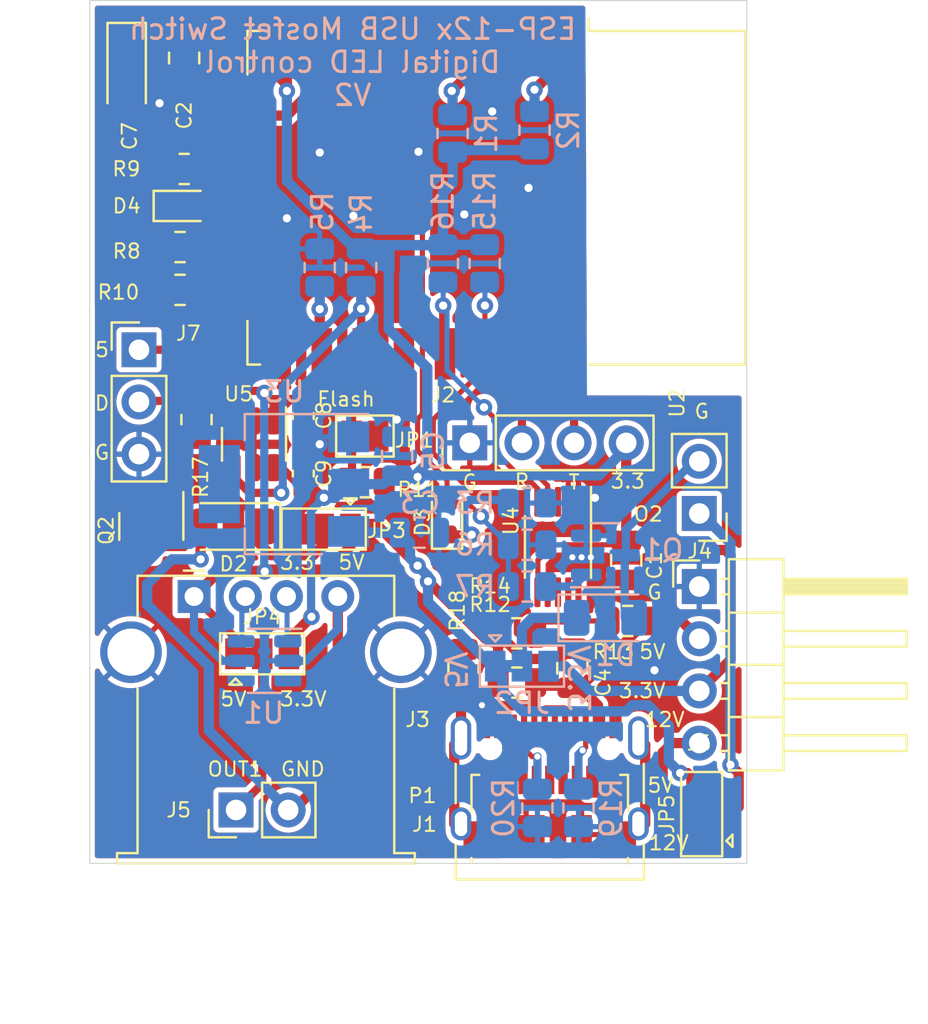
<source format=kicad_pcb>
(kicad_pcb (version 20211014) (generator pcbnew)
  (layers (0 "F.Cu" signal) (31 "B.Cu" signal) (34 "B.Paste" user) (35 "F.Paste" user) (36 "B.SilkS" user "B.Silkscreen") (37 "F.SilkS" user "F.Silkscreen") (38 "B.Mask" user) (39 "F.Mask" user) (44 "Edge.Cuts" user))
  (net 0 "")
  (net 1 "Net-(D3-Pad1)")
  (net 9 "GND")
  (net 10 "+5V")
  (net 11 "+3V3")
  (net 15 "Net-(J2-Pad3)")
  (net 16 "Net-(J2-Pad2)")
  (net 17 "Net-(R1-Pad2)")
  (net 18 "Net-(R2-Pad2)")
  (net 19 "Net-(R5-Pad1)")
  (net 20 "Net-(J3-Pad3)")
  (net 21 "Net-(J3-Pad2)")
  (net 24 "/SCL")
  (net 25 "/SDA")
  (net 28 "Net-(D1-Pad1)")
  (net 29 "/GPIO0")
  (net 30 "Net-(Q1-Pad1)")
  (net 31 "Net-(Q2-Pad1)")
  (net 32 "/O2")
  (net 33 "/M2")
  (net 34 "/M1")
  (net 35 "Net-(R13-Pad2)")
  (net 36 "Net-(R14-Pad1)")
  (net 37 "+5VD")
  (net 38 "/O1")
  (net 39 "Net-(D2-Pad1)")
  (net 42 "Net-(D4-Pad1)")
  (net 43 "+12V")
  (net 44 "Net-(J5-Pad1)")
  (net 45 "Net-(J6-Pad1)")
  (net 46 "Net-(J7-Pad2)")
  (net 47 "Net-(R17-Pad2)")
  (net 48 "/GPIO2")
  (net 49 "Net-(P1-PadS1)")
  (net 50 "Net-(P1-PadB5)")
  (net 52 "Net-(P1-PadA6)")
  (net 53 "Net-(P1-PadA7)")
  (net 54 "Net-(P1-PadA5)")
  (footprint "RF_Module:ESP-12E" (layer "F.Cu") (at 112.8 109.6 -90)
    (fp_text reference "U2")
    (fp_text value "ESP-12F")
  )
  (footprint "Connector_USB:USB_Micro-B_Molex_47346-0001" (layer "F.Cu") (at 115.4 139.4)
    (fp_text reference "J1")
    (fp_text value "USB_B_Micro")
  )
  (footprint "Capacitor_SMD:C_0805_2012Metric" (layer "F.Cu") (at 97.6 102.8 -90)
    (fp_text reference "C2")
    (fp_text value "100nF")
  )
  (footprint "Capacitor_Tantalum_SMD:CP_EIA-3216-18_Kemet-A" (layer "F.Cu") (at 94.8 103.4 -90)
    (fp_text reference "C7")
    (fp_text value "100uF")
  )
  (footprint "Connector_PinHeader_2.54mm:PinHeader_1x04_P2.54mm_Vertical" (layer "F.Cu") (at 111.506 121.53 90)
    (fp_text reference "J2")
    (fp_text value "Conn_01x04_Male")
  )
  (footprint "Connector_USB:USB_A_Stewart_SS-52100-001_Horizontal" (layer "F.Cu") (at 98.08 129.01)
    (fp_text reference "J3")
    (fp_text value "USB_A")
  )
  (footprint "Capacitor_SMD:C_0805_2012Metric" (layer "F.Cu") (at 119.126 127.254 -90)
    (fp_text reference "C1")
    (fp_text value "0.1uF")
  )
  (footprint "Package_SO:VSSOP-10_3x3mm_P0.5mm" (layer "F.Cu") (at 115.8 126.6 -90)
    (fp_text reference "U4")
    (fp_text value "INA226")
  )
  (footprint "Diode_SMD:D_1206_3216Metric" (layer "F.Cu") (at 100 125.6 180)
    (fp_text reference "D2")
    (fp_text value "1N4148")
  )
  (footprint "Package_TO_SOT_SMD:SOT-23" (layer "F.Cu") (at 96 125.6 -90)
    (fp_text reference "Q2")
    (fp_text value "AO3400A")
  )
  (footprint "Resistor_SMD:R_0805_2012Metric" (layer "F.Cu") (at 97.4 112 180)
    (fp_text reference "R8")
    (fp_text value "1k")
  )
  (footprint "Resistor_SMD:R_0805_2012Metric" (layer "F.Cu") (at 97.6 108.2 180)
    (fp_text reference "R9")
    (fp_text value "10k")
  )
  (footprint "Resistor_SMD:R_0805_2012Metric" (layer "F.Cu") (at 97.4 114.0835 180)
    (fp_text reference "R10")
    (fp_text value "150")
  )
  (footprint "Resistor_SMD:R_0805_2012Metric" (layer "F.Cu") (at 106.426 123.444)
    (fp_text reference "R11")
    (fp_text value "10k")
  )
  (footprint "Connector_PinHeader_2.54mm:PinHeader_1x04_P2.54mm_Horizontal" (layer "F.Cu") (at 122.682 128.524)
    (fp_text reference "J4")
    (fp_text value "Conn_01x04_Male")
  )
  (footprint "Connector_PinHeader_2.54mm:PinHeader_1x02_P2.54mm_Vertical" (layer "F.Cu") (at 100.125 139.4 90)
    (fp_text reference "J5")
    (fp_text value "Conn_01x02_Male")
  )
  (footprint "Connector_PinHeader_2.54mm:PinHeader_1x02_P2.54mm_Vertical" (layer "F.Cu") (at 122.682 124.968 180)
    (fp_text reference "J6")
    (fp_text value "Conn_01x02_Male")
  )
  (footprint "Capacitor_SMD:C_0805_2012Metric" (layer "F.Cu") (at 116.5 132.5 -90)
    (fp_text reference "C4")
    (fp_text value "0.1uF")
  )
  (footprint "Resistor_SMD:R_0805_2012Metric" (layer "F.Cu") (at 113.8 133.2)
    (fp_text reference "R12")
    (fp_text value "0.01")
  )
  (footprint "Resistor_SMD:R_0805_2012Metric" (layer "F.Cu") (at 119.2 130.2 180)
    (fp_text reference "R13")
    (fp_text value "10")
  )
  (footprint "Resistor_SMD:R_0805_2012Metric" (layer "F.Cu") (at 113.8 130.8 180)
    (fp_text reference "R14")
    (fp_text value "10")
  )
  (footprint "Jumper:SolderJumper-3_P1.3mm_Bridged12_Pad1.0x1.5mm" (layer "F.Cu") (at 104.394 125.73 180)
    (fp_text reference "JP3")
    (fp_text value "SolderJumper_3_Bridged12")
  )
  (footprint "LED_SMD:LED_0603_1608Metric" (layer "F.Cu") (at 110.4 125.2 90)
    (fp_text reference "D3")
    (fp_text value "LED")
  )
  (footprint "Jumper:SolderJumper-3_P1.3mm_Bridged12_Pad1.0x1.5mm" (layer "F.Cu") (at 101.4 131.8)
    (fp_text reference "JP4")
    (fp_text value "SolderJumper_3_Bridged12")
  )
  (footprint "Resistor_SMD:R_0805_2012Metric" (layer "F.Cu") (at 98.2 120.4 -90)
    (fp_text reference "R17")
    (fp_text value "150")
  )
  (footprint "Capacitor_SMD:C_0603_1608Metric" (layer "F.Cu") (at 103.4 120.225 -90)
    (fp_text reference "C8")
    (fp_text value "0.1uF")
  )
  (footprint "Jumper:SolderJumper-2_P1.3mm_Open_Pad1.0x1.5mm" (layer "F.Cu") (at 106.4 121.2)
    (fp_text reference "JP1")
    (fp_text value "Jumper_2_Open")
  )
  (footprint "Resistor_SMD:R_0805_2012Metric" (layer "F.Cu") (at 111.2 132.5 -90)
    (fp_text reference "R18")
    (fp_text value "10k")
  )
  (footprint "Connector_USB:USB_C_Receptacle_XKB_U262-16XN-4BVC11" (layer "F.Cu") (at 115.4 139)
    (fp_text reference "P1")
    (fp_text value "USB_C_Receptacle_USB2.0")
  )
  (footprint "LED_SMD:LED_0603_1608Metric" (layer "F.Cu") (at 97.6 110)
    (fp_text reference "D4")
    (fp_text value "LED")
  )
  (footprint "Jumper:SolderJumper-3_P1.3mm_Bridged12_Pad1.0x1.5mm" (layer "F.Cu") (at 122.8 139.6 90)
    (fp_text reference "JP5")
    (fp_text value "SolderJumper_3_Bridged12")
  )
  (footprint "Capacitor_SMD:C_0603_1608Metric" (layer "F.Cu") (at 103.4 123.025 -90)
    (fp_text reference "C9")
    (fp_text value "0.1uF")
  )
  (footprint "Package_TO_SOT_SMD:SOT-23-6" (layer "F.Cu") (at 101 121.6 -90)
    (fp_text reference "U5")
    (fp_text value "SN74LVC1T45DBV")
  )
  (footprint "Connector_PinHeader_2.54mm:PinHeader_1x03_P2.54mm_Vertical" (layer "F.Cu") (at 95.4 117)
    (fp_text reference "J7")
    (fp_text value "Conn_01x03_Male")
  )
  (footprint "Capacitor_SMD:C_0805_2012Metric" (layer "B.Cu") (at 109.05 125.9)
    (fp_text reference "C3")
    (fp_text value "0.1uF")
  )
  (footprint "Capacitor_SMD:C_0805_2012Metric" (layer "B.Cu") (at 107.97 122.174 -90)
    (fp_text reference "C5")
    (fp_text value "0.1uF")
  )
  (footprint "Package_TO_SOT_SMD:SOT-223" (layer "B.Cu") (at 102.46 123.54 180)
    (fp_text reference "U3")
    (fp_text value "LM1117-3.3")
  )
  (footprint "Resistor_SMD:R_0805_2012Metric" (layer "B.Cu") (at 110.67 106.47 90)
    (fp_text reference "R1")
    (fp_text value "10k")
  )
  (footprint "Resistor_SMD:R_0805_2012Metric" (layer "B.Cu") (at 114.66 106.31 90)
    (fp_text reference "R2")
    (fp_text value "10k")
  )
  (footprint "Resistor_SMD:R_0805_2012Metric" (layer "B.Cu") (at 106.22 113 -90)
    (fp_text reference "R4")
    (fp_text value "10k")
  )
  (footprint "Resistor_SMD:R_0805_2012Metric" (layer "B.Cu") (at 104.2 113 90)
    (fp_text reference "R5")
    (fp_text value "10k")
  )
  (footprint "Package_TO_SOT_SMD:SOT-23-6" (layer "B.Cu") (at 101.51 132.14 180)
    (fp_text reference "U1")
    (fp_text value "TPS2514A")
  )
  (footprint "Diode_SMD:D_1206_3216Metric" (layer "B.Cu") (at 118.11 130.048)
    (fp_text reference "D1")
    (fp_text value "1N4148")
  )
  (footprint "Package_TO_SOT_SMD:SOT-23" (layer "B.Cu") (at 118.11 127)
    (fp_text reference "Q1")
    (fp_text value "AO3400A")
  )
  (footprint "Resistor_SMD:R_0805_2012Metric" (layer "B.Cu") (at 114.3 124.46)
    (fp_text reference "R3")
    (fp_text value "1k")
  )
  (footprint "Resistor_SMD:R_0805_2012Metric" (layer "B.Cu") (at 114.3 126.492)
    (fp_text reference "R6")
    (fp_text value "10k")
  )
  (footprint "Resistor_SMD:R_0805_2012Metric" (layer "B.Cu") (at 114.3 128.524)
    (fp_text reference "R7")
    (fp_text value "150")
  )
  (footprint "Resistor_SMD:R_0805_2012Metric" (layer "B.Cu") (at 110.2 112.8 90)
    (fp_text reference "R15")
    (fp_text value "4,7k")
  )
  (footprint "Resistor_SMD:R_0805_2012Metric" (layer "B.Cu") (at 112.232 112.8 -90)
    (fp_text reference "R16")
    (fp_text value "4,7k")
  )
  (footprint "Jumper:SolderJumper-3_P1.3mm_Bridged12_Pad1.0x1.5mm" (layer "B.Cu") (at 114.046 132.4)
    (fp_text reference "JP2")
    (fp_text value "SolderJumper_3_Bridged12")
  )
  (footprint "Resistor_SMD:R_0805_2012Metric" (layer "B.Cu") (at 116.8 139.3 -90)
    (fp_text reference "R19")
    (fp_text value "10k")
  )
  (footprint "Resistor_SMD:R_0805_2012Metric" (layer "B.Cu") (at 114.8 139.3 -90)
    (fp_text reference "R20")
    (fp_text value "10k")
  )
  (gr_line (start 93 100) (end 93 142) (layer "Edge.Cuts") (width 0.05))
  (gr_line (start 93 142) (end 124.99 142) (layer "Edge.Cuts") (width 0.05))
  (gr_line (start 124.99 100) (end 93 100) (layer "Edge.Cuts") (width 0.05))
  (gr_line (start 124.99 142) (end 124.99 100) (layer "Edge.Cuts") (width 0.05))
  (gr_text "3.3V" (at 116.8 133 270) (layer "B.SilkS") (effects (font (size 1 1)) (justify mirror)))
  (gr_text "ESP-12x USB Mosfet Switch\nDigital LED control\nV2" (at 105.8 103) (layer "B.SilkS") (effects (font (size 1 1)) (justify mirror)))
  (gr_text "5V" (at 110.8 132.6 270) (layer "B.SilkS") (effects (font (size 1 1)) (justify mirror)))
  (gr_text "GND" (at 103.378 137.414) (layer "F.SilkS") (effects (font (size 0.7 0.7) (thickness 0.1))))
  (gr_text "G" (at 120.5 128.8) (layer "F.SilkS") (effects (font (size 0.7 0.7) (thickness 0.1))))
  (gr_text "12V" (at 121.2 141) (layer "F.SilkS") (effects (font (size 0.7 0.7) (thickness 0.1))))
  (gr_text "G" (at 111.506 123.444) (layer "F.SilkS") (effects (font (size 0.7 0.7) (thickness 0.1))))
  (gr_text "5V" (at 120.4 131.7) (layer "F.SilkS") (effects (font (size 0.7 0.7) (thickness 0.1))))
  (gr_text "12V" (at 121 135) (layer "F.SilkS") (effects (font (size 0.7 0.7) (thickness 0.1))))
  (gr_text "5V" (at 105.75 127.35) (layer "F.SilkS") (effects (font (size 0.7 0.7) (thickness 0.1))))
  (gr_text "3.3V" (at 119.9 133.6) (layer "F.SilkS") (effects (font (size 0.7 0.7) (thickness 0.1))))
  (gr_text "O2" (at 120.2 125) (layer "F.SilkS") (effects (font (size 0.7 0.7) (thickness 0.1))))
  (gr_text "R" (at 114.046 123.4) (layer "F.SilkS") (effects (font (size 0.7 0.7) (thickness 0.1))))
  (gr_text "5V" (at 120.8 138.2) (layer "F.SilkS") (effects (font (size 0.7 0.7) (thickness 0.1))))
  (gr_text "5" (at 93.6 117) (layer "F.SilkS") (effects (font (size 0.7 0.7) (thickness 0.1))))
  (gr_text "3.3" (at 103.1 127.35) (layer "F.SilkS") (effects (font (size 0.7 0.7) (thickness 0.1))))
  (gr_text "G" (at 122.8 120) (layer "F.SilkS") (effects (font (size 0.7 0.7) (thickness 0.1))))
  (gr_text "5V" (at 100 134) (layer "F.SilkS") (effects (font (size 0.7 0.7) (thickness 0.1))))
  (gr_text "T" (at 116.586 123.444) (layer "F.SilkS") (effects (font (size 0.7 0.7) (thickness 0.1))))
  (gr_text "3.3V" (at 103.4 134) (layer "F.SilkS") (effects (font (size 0.7 0.7) (thickness 0.1))))
  (gr_text "Flash	" (at 106.8 119.4) (layer "F.SilkS") (effects (font (size 0.7 0.7) (thickness 0.1))))
  (gr_text "3.3" (at 119.2 123.4) (layer "F.SilkS") (effects (font (size 0.7 0.7) (thickness 0.1))))
  (gr_text "G" (at 93.6 122) (layer "F.SilkS") (effects (font (size 0.7 0.7) (thickness 0.1))))
  (gr_text "D" (at 93.6 119.6) (layer "F.SilkS") (effects (font (size 0.7 0.7) (thickness 0.1))))
  (gr_text "OUT1" (at 100.076 137.414) (layer "F.SilkS") (effects (font (size 0.7 0.7) (thickness 0.1))))
  (segment (start 111.5875 125.9875) (end 111.6 126) (width 0.4) (layer "F.Cu") (net 1))
  (segment (start 110.4 125.9875) (end 111.5875 125.9875) (width 0.4) (layer "F.Cu") (net 1))
  (via (at 111.6 126) (size 0.8) (drill 0.4) (layers "F.Cu" "B.Cu") (net 1))
  (segment (start 111.493493 124.306507) (end 113.234007 124.306507) (width 0.4) (layer "B.Cu") (net 1))
  (segment (start 111.24748 124.55252) (end 111.493493 124.306507) (width 0.4) (layer "B.Cu") (net 1))
  (segment (start 113.234007 124.306507) (end 113.3875 124.46) (width 0.4) (layer "B.Cu") (net 1))
  (segment (start 111.6 126) (end 111.24748 125.64748) (width 0.4) (layer "B.Cu") (net 1))
  (segment (start 111.24748 125.64748) (end 111.24748 124.55252) (width 0.4) (layer "B.Cu") (net 1))
  (segment (start 116.324 124.8) (end 116.324 123.96) (width 0.25) (layer "F.Cu") (net 9))
  (segment (start 116.824 124.8) (end 116.824 123.968) (width 0.25) (layer "F.Cu") (net 9))
  (segment (start 116.324 124.8) (end 116.324 125.722) (width 0.25) (layer "F.Cu") (net 9))
  (segment (start 115.324 129.2) (end 115.324 127.77) (width 0.25) (layer "F.Cu") (net 9))
  (segment (start 116.324 124.8) (end 116.824 124.8) (width 0.25) (layer "F.Cu") (net 9))
  (segment (start 116.824 124.8) (end 116.824 125.714) (width 0.25) (layer "F.Cu") (net 9))
  (via (at 107.95 120.396) (size 0.8) (drill 0.4) (layers "F.Cu" "B.Cu") (net 9))
  (via (at 116.5 127.1) (size 0.4) (drill 0.3) (layers "F.Cu" "B.Cu") (net 9))
  (via (at 114.37 109.12) (size 0.8) (drill 0.4) (layers "F.Cu" "B.Cu") (net 9))
  (via (at 112.6 105.4) (size 0.8) (drill 0.4) (layers "F.Cu" "B.Cu") (net 9))
  (via (at 102.6 110.6) (size 0.8) (drill 0.4) (layers "F.Cu" "B.Cu") (net 9))
  (via (at 117.4 127.1) (size 0.4) (drill 0.3) (layers "F.Cu" "B.Cu") (net 9))
  (via (at 117.602 124.206) (size 0.8) (drill 0.4) (layers "F.Cu" "B.Cu") (net 9))
  (via (at 111.24 110.41) (size 0.8) (drill 0.4) (layers "F.Cu" "B.Cu") (net 9))
  (via (at 104.2 121.6) (size 0.8) (drill 0.4) (layers "F.Cu" "B.Cu") (net 9))
  (via (at 109.01 107.36) (size 0.8) (drill 0.4) (layers "F.Cu" "B.Cu") (net 9))
  (via (at 105.84 110.48) (size 0.8) (drill 0.4) (layers "F.Cu" "B.Cu") (net 9))
  (via (at 96.4 105) (size 0.8) (drill 0.4) (layers "F.Cu" "B.Cu") (net 9))
  (via (at 120.5 132.6) (size 0.8) (drill 0.4) (layers "F.Cu" "B.Cu") (net 9))
  (via (at 116.95 127.1) (size 0.4) (drill 0.3) (layers "F.Cu" "B.Cu") (net 9))
  (via (at 104.2 107.4) (size 0.8) (drill 0.4) (layers "F.Cu" "B.Cu") (net 9))
  (via (at 112.1 134.3) (size 0.4) (drill 0.3) (layers "F.Cu" "B.Cu") (net 9))
  (segment (start 114.13798 132.05048) (end 112.8875 130.8) (width 0.5) (layer "F.Cu") (net 10))
  (segment (start 112.8875 133.2) (end 112.8875 130.8) (width 0.5) (layer "F.Cu") (net 10))
  (segment (start 101.95 119.55) (end 101.95 120.4625) (width 0.4) (layer "F.Cu") (net 10))
  (segment (start 101.524843 127.789871) (end 101.495461 127.760489) (width 0.5) (layer "F.Cu") (net 10))
  (segment (start 101.8 119.4) (end 103.35 119.4) (width 0.4) (layer "F.Cu") (net 10))
  (segment (start 115.89952 132.05048) (end 114.13798 132.05048) (width 0.5) (layer "F.Cu") (net 10))
  (segment (start 101.54775 127.69952) (end 104.573502 127.69952) (width 0.5) (layer "F.Cu") (net 10))
  (segment (start 101.95 120.4625) (end 101.95 120.25) (width 0.4) (layer "F.Cu") (net 10))
  (segment (start 100.1 131.8) (end 100.1 131.03) (width 0.4) (layer "F.Cu") (net 10))
  (segment (start 101.495461 127.760489) (end 99.329511 127.760489) (width 0.5) (layer "F.Cu") (net 10))
  (segment (start 103.35 119.4) (end 103.4 119.45) (width 0.4) (layer "F.Cu") (net 10))
  (segment (start 105.694 126.579022) (end 105.694 125.73) (width 0.5) (layer "F.Cu") (net 10))
  (segment (start 101.4 119) (end 101.5 119.1) (width 0.4) (layer "F.Cu") (net 10))
  (segment (start 106.934 125.476) (end 105.948 125.476) (width 0.5) (layer "F.Cu") (net 10))
  (segment (start 100.6 119) (end 101.4 119) (width 0.4) (layer "F.Cu") (net 10))
  (segment (start 112.268 131.064) (end 112.6235 131.064) (width 0.5) (layer "F.Cu") (net 10))
  (segment (start 101.8 119.4) (end 101.95 119.55) (width 0.4) (layer "F.Cu") (net 10))
  (segment (start 121.7495 137.6) (end 122.1 137.6) (width 0.5) (layer "F.Cu") (net 10))
  (segment (start 101.95 119.55) (end 102.3 119.9) (width 0.4) (layer "F.Cu") (net 10))
  (segment (start 122.1 137.6) (end 122.8 138.3) (width 0.5) (layer "F.Cu") (net 10))
  (segment (start 101.95 120.25) (end 102.3 119.9) (width 0.4) (layer "F.Cu") (net 10))
  (segment (start 101.5 119.1) (end 101.8 119.4) (width 0.4) (layer "F.Cu") (net 10))
  (segment (start 95.4 117) (end 98.6 117) (width 0.4) (layer "F.Cu") (net 10))
  (segment (start 102.3 119.9) (end 102.8 119.4) (width 0.4) (layer "F.Cu") (net 10))
  (segment (start 112.6235 131.064) (end 112.8875 130.8) (width 0.5) (layer "F.Cu") (net 10))
  (segment (start 106.934 125.476) (end 108.966 127.508) (width 0.5) (layer "F.Cu") (net 10))
  (segment (start 105.948 125.476) (end 105.694 125.73) (width 0.5) (layer "F.Cu") (net 10))
  (segment (start 112.268 131.064) (end 109.474 128.27) (width 0.5) (layer "F.Cu") (net 10))
  (segment (start 99.329511 127.760489) (end 98.08 129.01) (width 0.5) (layer "F.Cu") (net 10))
  (segment (start 109.22 127.762) (end 108.966 127.508) (width 0.5) (layer "F.Cu") (net 10))
  (segment (start 101.524843 127.722427) (end 101.54775 127.69952) (width 0.5) (layer "F.Cu") (net 10))
  (segment (start 100.1 131.03) (end 98.08 129.01) (width 0.4) (layer "F.Cu") (net 10))
  (segment (start 116.5 131.45) (end 115.89952 132.05048) (width 0.5) (layer "F.Cu") (net 10))
  (segment (start 101.524843 127.789871) (end 101.524843 127.722427) (width 0.5) (layer "F.Cu") (net 10))
  (segment (start 104.573502 127.69952) (end 105.694 126.579022) (width 0.5) (layer "F.Cu") (net 10))
  (segment (start 98.6 117) (end 100.6 119) (width 0.4) (layer "F.Cu") (net 10))
  (segment (start 102.8 119.4) (end 103.35 119.4) (width 0.4) (layer "F.Cu") (net 10))
  (via (at 108.966 127.508) (size 0.8) (drill 0.4) (layers "F.Cu" "B.Cu") (net 10))
  (via (at 121.7495 137.6) (size 0.8) (drill 0.4) (layers "F.Cu" "B.Cu") (net 10))
  (via (at 109.474 128.27) (size 0.8) (drill 0.4) (layers "F.Cu" "B.Cu") (net 10))
  (via (at 101.524843 127.789871) (size 0.8) (drill 0.4) (layers "F.Cu" "B.Cu") (net 10))
  (via (at 101.5 119.1) (size 0.8) (drill 0.4) (layers "F.Cu" "B.Cu") (net 10))
  (segment (start 119.122176 134.6) (end 119.418656 134.30352) (width 0.5) (layer "B.Cu") (net 10))
  (segment (start 113.096489 133.599511) (end 114.096978 134.6) (width 0.5) (layer "B.Cu") (net 10))
  (segment (start 100.41 132.14) (end 99.458559 132.14) (width 0.4) (layer "B.Cu") (net 10))
  (segment (start 121.2 137.0505) (end 121.7495 137.6) (width 0.5) (layer "B.Cu") (net 10))
  (segment (start 114.096978 134.6) (end 119.122176 134.6) (width 0.5) (layer "B.Cu") (net 10))
  (segment (start 109.474 129.274) (end 113.096489 132.896489) (width 0.5) (layer "B.Cu") (net 10))
  (segment (start 101.5 119.1) (end 101.5 127.765028) (width 0.4) (layer "B.Cu") (net 10))
  (segment (start 121.2 135.30704) (end 121.2 137.0505) (width 0.5) (layer "B.Cu") (net 10))
  (segment (start 109.474 128.27) (end 109.474 129.274) (width 0.5) (layer "B.Cu") (net 10))
  (segment (start 109.474 128.27) (end 109.474 128.016) (width 0.5) (layer "B.Cu") (net 10))
  (segment (start 119.418656 134.30352) (end 120.19648 134.30352) (width 0.5) (layer "B.Cu") (net 10))
  (segment (start 99.458559 132.14) (end 98.08 130.76144) (width 0.4) (layer "B.Cu") (net 10))
  (segment (start 108.1125 125.9) (end 105.67 125.9) (width 0.5) (layer "B.Cu") (net 10))
  (segment (start 120.19648 134.30352) (end 121.2 135.30704) (width 0.5) (layer "B.Cu") (net 10))
  (segment (start 108.1125 125.9) (end 108.598027 126.385527) (width 0.5) (layer "B.Cu") (net 10))
  (segment (start 101.5 127.765028) (end 101.524843 127.789871) (width 0.4) (layer "B.Cu") (net 10))
  (segment (start 98.08 130.76144) (end 98.08 129.01) (width 0.4) (layer "B.Cu") (net 10))
  (segment (start 109.474 128.016) (end 108.966 127.508) (width 0.5) (layer "B.Cu") (net 10))
  (segment (start 113.096489 132.896489) (end 113.096489 133.599511) (width 0.5) (layer "B.Cu") (net 10))
  (segment (start 108.598027 126.385527) (end 108.598027 127.140027) (width 0.5) (layer "B.Cu") (net 10))
  (segment (start 108.598027 127.140027) (end 108.966 127.508) (width 0.5) (layer "B.Cu") (net 10))
  (segment (start 103.094 124.969998) (end 103.094 125.73) (width 0.5) (layer "F.Cu") (net 11))
  (segment (start 102.65 104.36) (end 102.65 102.54) (width 0.4) (layer "F.Cu") (net 11))
  (segment (start 120.208 126.304) (end 120.65 126.746) (width 0.5) (layer "F.Cu") (net 11))
  (segment (start 98.2775 102.54) (end 97.6 101.8625) (width 0.5) (layer "F.Cu") (net 11))
  (segment (start 104.4 124.206) (end 103.857998 124.206) (width 0.5) (layer "F.Cu") (net 11))
  (segment (start 119.126 126.304) (end 119.126 121.53) (width 0.5) (layer "F.Cu") (net 11))
  (segment (start 120.65 126.746) (end 123.952 126.746) (width 0.5) (layer "F.Cu") (net 11))
  (segment (start 118.938 126.492) (end 119.126 126.304) (width 0.25) (layer "F.Cu") (net 11))
  (segment (start 97.6 101.8625) (end 94.9875 101.8625) (width 0.5) (layer "F.Cu") (net 11))
  (segment (start 103.4 123.8) (end 103.4 124.663998) (width 0.4) (layer "F.Cu") (net 11))
  (segment (start 94.9875 101.8625) (end 94.8 102.05) (width 0.5) (layer "F.Cu") (net 11))
  (segment (start 114.824 129.2) (end 114.824 127.238) (width 0.25) (layer "F.Cu") (net 11))
  (segment (start 124.206 127) (end 124.206 132.08) (width 0.5) (layer "F.Cu") (net 11))
  (segment (start 103.4 123.8) (end 103.994 123.8) (width 0.4) (layer "F.Cu") (net 11))
  (segment (start 102.7 131.1) (end 103.8 130) (width 0.5) (layer "F.Cu") (net 11))
  (segment (start 103.4 124.663998) (end 103.331999 124.731999) (width 0.4) (layer "F.Cu") (net 11))
  (segment (start 101.039022 102.54) (end 98.2775 102.54) (width 0.5) (layer "F.Cu") (net 11))
  (segment (start 103.994 123.8) (end 104.4 124.206) (width 0.4) (layer "F.Cu") (net 11))
  (segment (start 103.857998 124.206) (end 103.331999 124.731999) (width 0.5) (layer "F.Cu") (net 11))
  (segment (start 123.952 126.746) (end 124.206 127) (width 0.5) (layer "F.Cu") (net 11))
  (segment (start 107.5925 123.19) (end 107.3385 123.444) (width 0.4) (layer "F.Cu") (net 11))
  (segment (start 108.966 123.19) (end 107.5925 123.19) (width 0.4) (layer "F.Cu") (net 11))
  (segment (start 119.126 126.304) (end 120.208 126.304) (width 0.5) (layer "F.Cu") (net 11))
  (segment (start 102.7 131.8) (end 102.7 131.1) (width 0.5) (layer "F.Cu") (net 11))
  (segment (start 103.331999 124.731999) (end 103.094 124.969998) (width 0.5) (layer "F.Cu") (net 11))
  (segment (start 124.206 132.08) (end 122.682 133.604) (width 0.5) (layer "F.Cu") (net 11))
  (segment (start 101.95 122.7375) (end 102.3375 122.7375) (width 0.4) (layer "F.Cu") (net 11))
  (segment (start 115.57 126.492) (end 118.938 126.492) (width 0.25) (layer "F.Cu") (net 11))
  (segment (start 102.3375 122.7375) (end 103.4 123.8) (width 0.4) (layer "F.Cu") (net 11))
  (segment (start 102.6 104.100978) (end 101.039022 102.54) (width 0.5) (layer "F.Cu") (net 11))
  (segment (start 102.6 104.4) (end 102.6 104.100978) (width 0.5) (layer "F.Cu") (net 11))
  (segment (start 114.824 127.238) (end 115.57 126.492) (width 0.25) (layer "F.Cu") (net 11))
  (via (at 108.966 123.19) (size 0.8) (drill 0.4) (layers "F.Cu" "B.Cu") (net 11))
  (via (at 103.8 130) (size 0.8) (drill 0.4) (layers "F.Cu" "B.Cu") (net 11))
  (via (at 104.4 124.206) (size 0.8) (drill 0.4) (layers "F.Cu" "B.Cu") (net 11))
  (via (at 102.6 104.4) (size 0.8) (drill 0.4) (layers "F.Cu" "B.Cu") (net 11))
  (segment (start 107.4165 123.4185) (end 107.73 123.105) (width 0.5) (layer "B.Cu") (net 11))
  (segment (start 107.900001 123.109999) (end 117.800001 123.109999) (width 0.5) (layer "B.Cu") (net 11))
  (segment (start 106.77875 112.62125) (end 107.3105 112.0895) (width 0.5) (layer "B.Cu") (net 11))
  (segment (start 107.295 123.54) (end 107.4165 123.4185) (width 0.5) (layer "B.Cu") (net 11))
  (segment (start 107.6 112.4) (end 107.6 112) (width 0.5) (layer "B.Cu") (net 11))
  (segment (start 105.880431 112.0625) (end 106.22 112.0625) (width 0.5) (layer "B.Cu") (net 11))
  (segment (start 104.944 124.206) (end 105.61 123.54) (width 0.5) (layer "B.Cu") (net 11))
  (segment (start 107.3105 112.0895) (end 107.3105 111.9105) (width 0.5) (layer "B.Cu") (net 11))
  (segment (start 105.61 123.54) (end 107.295 123.54) (width 0.5) (layer "B.Cu") (net 11))
  (segment (start 107.6 113.11198) (end 107.56199 113.14999) (width 0.5) (layer "B.Cu") (net 11))
  (segment (start 110.67 108.8925) (end 110.67 107.4075) (width 0.5) (layer "B.Cu") (net 11))
  (segment (start 110.2 111.8875) (end 112.232 111.8875) (width 0.5) (layer "B.Cu") (net 11))
  (segment (start 106.372 111.9105) (end 106.22 112.0625) (width 0.5) (layer "B.Cu") (net 11))
  (segment (start 115.346 132.4) (end 116.144 132.4) (width 0.5) (layer "B.Cu") (net 11))
  (segment (start 102.6 108.782069) (end 105.880431 112.0625) (width 0.5) (layer "B.Cu") (net 11))
  (segment (start 117.800001 123.109999) (end 119.38 121.53) (width 0.5) (layer "B.Cu") (net 11))
  (segment (start 103.779511 124.826489) (end 103.779511 129.979511) (width 0.4) (layer "B.Cu") (net 11))
  (segment (start 110.177 111.9105) (end 110.2 111.8875) (width 0.5) (layer "B.Cu") (net 11))
  (segment (start 110.67 108.8925) (end 110.2 109.3625) (width 0.5) (layer "B.Cu") (net 11))
  (segment (start 107.97 123.1475) (end 108.8025 123.1475) (width 0.5) (layer "B.Cu") (net 11))
  (segment (start 102.6 104.4) (end 102.6 108.782069) (width 0.5) (layer "B.Cu") (net 11))
  (segment (start 107.6 112.4) (end 107.6 113.11198) (width 0.5) (layer "B.Cu") (net 11))
  (segment (start 107.56199 113.14999) (end 107.3145 112.9025) (width 0.5) (layer "B.Cu") (net 11))
  (segment (start 107.6895 111.9105) (end 107.3105 111.9105) (width 0.5) (layer "B.Cu") (net 11))
  (segment (start 108.8025 123.1475) (end 109.44 122.51) (width 0.5) (layer "B.Cu") (net 11))
  (segment (start 110.2 109.3625) (end 110.2 111.8875) (width 0.5) (layer "B.Cu") (net 11))
  (segment (start 109.44 122.51) (end 109.44 117.877186) (width 0.5) (layer "B.Cu") (net 11))
  (segment (start 117.348 133.604) (end 122.682 133.604) (width 0.5) (layer "B.Cu") (net 11))
  (segment (start 114.72 107.28) (end 110.77 107.28) (width 0.5) (layer "B.Cu") (net 11))
  (segment (start 107.56199 115.999176) (end 107.56199 113.14999) (width 0.5) (layer "B.Cu") (net 11))
  (segment (start 109.44 117.877186) (end 107.56199 115.999176) (width 0.5) (layer "B.Cu") (net 11))
  (segment (start 106.22 112.0625) (end 106.5575 112.4) (width 0.5) (layer "B.Cu") (net 11))
  (segment (start 107.3145 112.9025) (end 107.06 112.9025) (width 0.5) (layer "B.Cu") (net 11))
  (segment (start 109.708 111.9105) (end 107.6895 111.9105) (width 0.5) (layer "B.Cu") (net 11))
  (segment (start 107.6 112) (end 107.6895 111.9105) (width 0.5) (layer "B.Cu") (net 11))
  (segment (start 104.4 124.206) (end 104.944 124.206) (width 0.5) (layer "B.Cu") (net 11))
  (segment (start 106.5575 112.4) (end 107.6 112.4) (width 0.5) (layer "B.Cu") (net 11))
  (segment (start 107.3105 111.9105) (end 106.372 111.9105) (width 0.5) (layer "B.Cu") (net 11))
  (segment (start 104.4 124.206) (end 103.779511 124.826489) (width 0.4) (layer "B.Cu") (net 11))
  (segment (start 116.144 132.4) (end 117.348 133.604) (width 0.5) (layer "B.Cu") (net 11))
  (segment (start 108.8025 111.9105) (end 110.177 111.9105) (width 0.5) (layer "B.Cu") (net 11))
  (segment (start 106.77875 112.62125) (end 106.22 112.0625) (width 0.5) (layer "B.Cu") (net 11))
  (segment (start 103.8 130) (end 103.779511 129.979511) (width 0.4) (layer "B.Cu") (net 11))
  (segment (start 107.06 112.9025) (end 106.77875 112.62125) (width 0.5) (layer "B.Cu") (net 11))
  (segment (start 116.586 117.486) (end 116.3 117.2) (width 0.4) (layer "F.Cu") (net 15))
  (segment (start 116.586 121.53) (end 116.586 117.486) (width 0.4) (layer "F.Cu") (net 15))
  (segment (start 114.046 117.454) (end 114.3 117.2) (width 0.4) (layer "F.Cu") (net 16))
  (segment (start 114.046 121.53) (end 114.046 117.454) (width 0.4) (layer "F.Cu") (net 16))
  (segment (start 110.63 104.4) (end 112.3 102.73) (width 0.5) (layer "F.Cu") (net 17))
  (segment (start 112.3 102.73) (end 112.3 102) (width 0.5) (layer "F.Cu") (net 17))
  (via (at 110.63 104.4) (size 0.8) (drill 0.4) (layers "F.Cu" "B.Cu") (net 17))
  (segment (start 110.67 104.44) (end 110.63 104.4) (width 0.5) (layer "B.Cu") (net 17))
  (segment (start 110.67 105.5325) (end 110.67 104.44) (width 0.5) (layer "B.Cu") (net 17))
  (segment (start 116.3 102.7) (end 116.3 102) (width 0.5) (layer "F.Cu") (net 18))
  (segment (start 114.66 104.34) (end 116.3 102.7) (width 0.5) (layer "F.Cu") (net 18))
  (via (at 114.66 104.34) (size 0.8) (drill 0.4) (layers "F.Cu" "B.Cu") (net 18))
  (segment (start 114.66 105.3725) (end 114.66 104.34) (width 0.5) (layer "B.Cu") (net 18))
  (segment (start 104.2 115.02) (end 104.2 117.1) (width 0.5) (layer "F.Cu") (net 19))
  (segment (start 104.2 117.1) (end 104.3 117.2) (width 0.5) (layer "F.Cu") (net 19))
  (via (at 104.2 115.02) (size 0.8) (drill 0.4) (layers "F.Cu" "B.Cu") (net 19))
  (segment (start 104.2 115.02) (end 104.2 113.9275) (width 0.5) (layer "B.Cu") (net 19))
  (segment (start 102.61 128.49) (end 102.58 128.46) (width 0.25) (layer "B.Cu") (net 20))
  (segment (start 102.61 131.19) (end 102.61 128.49) (width 0.25) (layer "B.Cu") (net 20))
  (segment (start 100.41 131.19) (end 100.41 128.63) (width 0.25) (layer "B.Cu") (net 21))
  (segment (start 100.41 128.63) (end 100.58 128.46) (width 0.25) (layer "B.Cu") (net 21))
  (segment (start 112.244 117.144) (end 112.3 117.2) (width 0.25) (layer "F.Cu") (net 24))
  (segment (start 114.508789 123.454501) (end 111.145499 123.454501) (width 0.25) (layer "F.Cu") (net 24))
  (segment (start 111.145499 123.454501) (end 109.728 122.037002) (width 0.25) (layer "F.Cu") (net 24))
  (segment (start 114.824 124.8) (end 114.824 123.968) (width 0.25) (layer "F.Cu") (net 24))
  (segment (start 112.244 114.848) (end 112.244 117.144) (width 0.25) (layer "F.Cu") (net 24))
  (segment (start 109.728 122.037002) (end 109.728 120.396) (width 0.25) (layer "F.Cu") (net 24))
  (segment (start 112.3 117.824) (end 112.3 117.2) (width 0.25) (layer "F.Cu") (net 24))
  (segment (start 109.728 120.396) (end 112.3 117.824) (width 0.25) (layer "F.Cu") (net 24))
  (segment (start 114.8 123.745712) (end 114.508789 123.454501) (width 0.25) (layer "F.Cu") (net 24))
  (segment (start 112.138 114.954) (end 112.244 114.848) (width 0.4) (layer "F.Cu") (net 24))
  (segment (start 114.8 124.4) (end 114.8 123.745712) (width 0.25) (layer "F.Cu") (net 24))
  (via (at 112.244 114.848) (size 0.8) (drill 0.4) (layers "F.Cu" "B.Cu") (net 24))
  (segment (start 112.244 113.7245) (end 112.232 113.7125) (width 0.25) (layer "B.Cu") (net 24))
  (segment (start 112.244 114.848) (end 112.244 113.7245) (width 0.25) (layer "B.Cu") (net 24))
  (segment (start 115.3 123.609994) (end 115.3 124.4) (width 0.25) (layer "F.Cu") (net 25))
  (segment (start 112.776 120.396) (end 112.776 121.999002) (width 0.25) (layer "F.Cu") (net 25))
  (segment (start 112.776 121.999002) (end 113.712998 122.936) (width 0.25) (layer "F.Cu") (net 25))
  (segment (start 110.212 114.848) (end 110.212 116.674) (width 0.4) (layer "F.Cu") (net 25))
  (segment (start 115.324 124.8) (end 115.324 123.83159) (width 0.25) (layer "F.Cu") (net 25))
  (segment (start 113.712998 122.936) (end 114.626006 122.936) (width 0.25) (layer "F.Cu") (net 25))
  (segment (start 114.626006 122.936) (end 115.3 123.609994) (width 0.25) (layer "F.Cu") (net 25))
  (segment (start 112.268 119.888) (end 112.776 120.396) (width 0.25) (layer "F.Cu") (net 25))
  (via (at 112.2 119.8) (size 0.8) (drill 0.4) (layers "F.Cu" "B.Cu") (net 25))
  (via (at 110.212 114.848) (size 0.8) (drill 0.4) (layers "F.Cu" "B.Cu") (net 25))
  (segment (start 110.4 115.036) (end 110.212 114.848) (width 0.25) (layer "B.Cu") (net 25))
  (segment (start 110.212 114.848) (end 110.212 113.7245) (width 0.25) (layer "B.Cu") (net 25))
  (segment (start 112.2 119.8) (end 112.176 119.8) (width 0.25) (layer "B.Cu") (net 25))
  (segment (start 110.212 113.7245) (end 110.2 113.7125) (width 0.25) (layer "B.Cu") (net 25))
  (segment (start 112.2 119.8) (end 110.4 118) (width 0.25) (layer "B.Cu") (net 25))
  (segment (start 110.4 118) (end 110.4 115.036) (width 0.25) (layer "B.Cu") (net 25))
  (segment (start 114.046 130.557998) (end 114.555998 130.048) (width 0.5) (layer "B.Cu") (net 28))
  (segment (start 114.046 132.4) (end 114.046 130.557998) (width 0.5) (layer "B.Cu") (net 28))
  (segment (start 114.555998 130.048) (end 117.1725 130.048) (width 0.5) (layer "B.Cu") (net 28))
  (segment (start 105.776 123.1815) (end 105.5135 123.444) (width 0.4) (layer "F.Cu") (net 29))
  (segment (start 105.776 120.65) (end 105.776 120.03) (width 0.4) (layer "F.Cu") (net 29))
  (segment (start 105.776 120.65) (end 105.776 123.1815) (width 0.4) (layer "F.Cu") (net 29))
  (segment (start 107.8 119.2) (end 108.3 118.7) (width 0.4) (layer "F.Cu") (net 29))
  (segment (start 108.3 118.7) (end 108.3 117.2) (width 0.4) (layer "F.Cu") (net 29))
  (segment (start 106.694 119.2) (end 107.8 119.2) (width 0.4) (layer "F.Cu") (net 29))
  (segment (start 105.776 120.65) (end 105.776 120.118) (width 0.4) (layer "F.Cu") (net 29))
  (segment (start 105.776 120.118) (end 106.694 119.2) (width 0.4) (layer "F.Cu") (net 29))
  (segment (start 115.2125 128.524) (end 116.536 128.524) (width 0.4) (layer "B.Cu") (net 30))
  (segment (start 116.536 128.524) (end 117.11 127.95) (width 0.4) (layer "B.Cu") (net 30))
  (segment (start 96.4875 114.0835) (end 94.9165 114.0835) (width 0.4) (layer "F.Cu") (net 31))
  (segment (start 95.95 123.6) (end 96.95 124.6) (width 0.4) (layer "F.Cu") (net 31))
  (segment (start 94.4 123.6) (end 95.95 123.6) (width 0.4) (layer "F.Cu") (net 31))
  (segment (start 94.9165 114.0835) (end 93.6 115.4) (width 0.4) (layer "F.Cu") (net 31))
  (segment (start 93.6 115.4) (end 93.6 122.8) (width 0.4) (layer "F.Cu") (net 31))
  (segment (start 93.6 122.8) (end 94.4 123.6) (width 0.4) (layer "F.Cu") (net 31))
  (segment (start 119.0475 127.0625) (end 119.11 127) (width 0.4) (layer "B.Cu") (net 32))
  (segment (start 119.11 125.746) (end 122.682 122.174) (width 0.4) (layer "B.Cu") (net 32))
  (segment (start 119.0475 130.048) (end 119.0475 127.0625) (width 0.4) (layer "B.Cu") (net 32))
  (segment (start 119.11 127) (end 119.11 125.746) (width 0.4) (layer "B.Cu") (net 32))
  (segment (start 110.4 124.4125) (end 111.353473 124.4125) (width 0.25) (layer "F.Cu") (net 33))
  (segment (start 111.353473 124.4125) (end 112.046991 125.106018) (width 0.25) (layer "F.Cu") (net 33))
  (segment (start 109.2 120.132) (end 108.966 120.366) (width 0.25) (layer "F.Cu") (net 33))
  (segment (start 108.966 121.911412) (end 110.4 123.345412) (width 0.25) (layer "F.Cu") (net 33))
  (segment (start 109.2 109.8) (end 109.2 120.132) (width 0.25) (layer "F.Cu") (net 33))
  (segment (start 110.4 123.345412) (end 110.4 124.4125) (width 0.25) (layer "F.Cu") (net 33))
  (segment (start 108.3 103.7) (end 108.285489 103.714511) (width 0.25) (layer "F.Cu") (net 33))
  (segment (start 108.3 102) (end 108.3 103.7) (width 0.25) (layer "F.Cu") (net 33))
  (segment (start 108.285489 103.714511) (end 108.285489 108.885489) (width 0.25) (layer "F.Cu") (net 33))
  (segment (start 108.285489 108.885489) (end 109.2 109.8) (width 0.25) (layer "F.Cu") (net 33))
  (segment (start 108.966 120.366) (end 108.966 121.911412) (width 0.25) (layer "F.Cu") (net 33))
  (via (at 112.046991 125.106018) (size 0.8) (drill 0.4) (layers "F.Cu" "B.Cu") (net 33))
  (segment (start 112.046991 125.151491) (end 113.3875 126.492) (width 0.25) (layer "B.Cu") (net 33))
  (segment (start 112.046991 125.106018) (end 112.046991 125.151491) (width 0.25) (layer "B.Cu") (net 33))
  (segment (start 113.3875 126.492) (end 113.3875 128.524) (width 0.25) (layer "B.Cu") (net 33))
  (segment (start 98.5125 108.2) (end 98.5125 109.875) (width 0.5) (layer "F.Cu") (net 34))
  (segment (start 98.5165 114.0835) (end 98.3125 114.0835) (width 0.5) (layer "F.Cu") (net 34))
  (segment (start 99.27452 110.88702) (end 99.27452 113.32548) (width 0.5) (layer "F.Cu") (net 34))
  (segment (start 98.3875 110) (end 99.27452 110.88702) (width 0.5) (layer "F.Cu") (net 34))
  (segment (start 99.500978 105.6) (end 98.5125 106.588478) (width 0.5) (layer "F.Cu") (net 34))
  (segment (start 104.3 103.901391) (end 102.601391 105.6) (width 0.5) (layer "F.Cu") (net 34))
  (segment (start 99.27452 113.32548) (end 98.5165 114.0835) (width 0.5) (layer "F.Cu") (net 34))
  (segment (start 104.3 102) (end 104.3 103.901391) (width 0.5) (layer "F.Cu") (net 34))
  (segment (start 98.529 113.6835) (end 98.3865 113.6835) (width 0.4) (layer "F.Cu") (net 34))
  (segment (start 98.5125 106.588478) (end 98.5125 108.2) (width 0.5) (layer "F.Cu") (net 34))
  (segment (start 102.601391 105.6) (end 99.500978 105.6) (width 0.5) (layer "F.Cu") (net 34))
  (segment (start 98.5125 109.875) (end 98.3875 110) (width 0.5) (layer "F.Cu") (net 34))
  (segment (start 117.1 130.2) (end 118.2875 130.2) (width 0.25) (layer "F.Cu") (net 35))
  (segment (start 116.8 129.9) (end 117.1 130.2) (width 0.25) (layer "F.Cu") (net 35))
  (segment (start 116.8 128.8) (end 116.8 129.9) (width 0.25) (layer "F.Cu") (net 35))
  (segment (start 116.824 129.302) (end 116.79901 129.32699) (width 0.25) (layer "F.Cu") (net 35))
  (segment (start 116.824 129.2) (end 116.824 129.302) (width 0.25) (layer "F.Cu") (net 35))
  (segment (start 115.15048 130.24952) (end 114.5125 130.8875) (width 0.25) (layer "F.Cu") (net 36))
  (segment (start 114.7125 130.8) (end 114.7125 130.6875) (width 0.25) (layer "F.Cu") (net 36))
  (segment (start 116.040486 130.24952) (end 115.15048 130.24952) (width 0.25) (layer "F.Cu") (net 36))
  (segment (start 114.5125 130.8875) (end 114.5125 131.4) (width 0.25) (layer "F.Cu") (net 36))
  (segment (start 114.7125 130.6875) (end 115.15048 130.24952) (width 0.25) (layer "F.Cu") (net 36))
  (segment (start 116.3 129.990006) (end 116.040486 130.24952) (width 0.25) (layer "F.Cu") (net 36))
  (segment (start 116.3 129.2) (end 116.3 129.990006) (width 0.25) (layer "F.Cu") (net 36))
  (segment (start 113.209521 136.36001) (end 113.209521 136.229511) (width 0.25) (layer "F.Cu") (net 37))
  (segment (start 114.1 137.94) (end 113.949511 137.789511) (width 0.25) (layer "F.Cu") (net 37))
  (segment (start 112.85 135.33) (end 112.85 134.855489) (width 0.25) (layer "F.Cu") (net 37))
  (segment (start 114.1 137.3) (end 114.2 137.2) (width 0.25) (layer "F.Cu") (net 37))
  (segment (start 113.15 134.555489) (end 113.4 134.305489) (width 0.25) (layer "F.Cu") (net 37))
  (segment (start 112.85 135.33) (end 112.85 134.45) (width 0.25) (layer "F.Cu") (net 37))
  (segment (start 112.85 134.45) (end 113.07548 134.22452) (width 0.25) (layer "F.Cu") (net 37))
  (segment (start 113.15 135.33) (end 113.15 134.555489) (width 0.25) (layer "F.Cu") (net 37))
  (segment (start 116.794022 133.35) (end 117.749511 134.305489) (width 0.5) (layer "F.Cu") (net 37))
  (segment (start 114.1 137.94) (end 114.1 138) (width 0.25) (layer "F.Cu") (net 37))
  (segment (start 113.15 134.555489) (end 112.955489 134.555489) (width 0.25) (layer "F.Cu") (net 37))
  (segment (start 113.949511 137.150489) (end 113.974756 137.125244) (width 0.25) (layer "F.Cu") (net 37))
  (segment (start 120.1125 130.2) (end 116.9625 133.35) (width 0.5) (layer "F.Cu") (net 37))
  (segment (start 113.15 136.05) (end 114.1 137) (width 0.25) (layer "F.Cu") (net 37))
  (segment (start 113.209521 136.105248) (end 113.209521 136.36001) (width 0.25) (layer "F.Cu") (net 37))
  (segment (start 113.3 136.229511) (end 113.3 136.195727) (width 0.25) (layer "F.Cu") (net 37))
  (segment (start 112.85 135.33) (end 113.15 135.33) (width 0.25) (layer "F.Cu") (net 37))
  (segment (start 121.818 130.2) (end 122.682 131.064) (width 0.5) (layer "F.Cu") (net 37))
  (segment (start 112.955489 134.555489) (end 112.85 134.45) (width 0.25) (layer "F.Cu") (net 37))
  (segment (start 114.1 137) (end 114.1 137.94) (width 0.25) (layer "F.Cu") (net 37))
  (segment (start 116.5 133.35) (end 116.794022 133.35) (width 0.5) (layer "F.Cu") (net 37))
  (segment (start 120.1125 130.2) (end 121.818 130.2) (width 0.5) (layer "F.Cu") (net 37))
  (segment (start 113.3 136.195727) (end 113.002136 135.897863) (width 0.25) (layer "F.Cu") (net 37))
  (segment (start 116.9625 133.35) (end 116.5 133.35) (width 0.5) (layer "F.Cu") (net 37))
  (segment (start 113.15 134.555489) (end 113.15 134.29904) (width 0.25) (layer "F.Cu") (net 37))
  (segment (start 117.749511 134.305489) (end 117.749511 135.33) (width 0.5) (layer "F.Cu") (net 37))
  (segment (start 114.7125 133.2) (end 114.7125 134.0875) (width 0.5) (layer "F.Cu") (net 37))
  (segment (start 116.5 133.35) (end 114.8625 133.35) (width 0.5) (layer "F.Cu") (net 37))
  (segment (start 112.85 135.33) (end 112.85 135.745727) (width 0.25) (layer "F.Cu") (net 37))
  (segment (start 113.949511 137.1) (end 113.209521 136.36001) (width 0.25) (layer "F.Cu") (net 37))
  (segment (start 112.85 135.745727) (end 113.209521 136.105248) (width 0.25) (layer "F.Cu") (net 37))
  (segment (start 113.15 134.29904) (end 113.07548 134.22452) (width 0.25) (layer "F.Cu") (net 37))
  (segment (start 114.494511 134.305489) (end 113.4 134.305489) (width 0.5) (layer "F.Cu") (net 37))
  (segment (start 113.949511 137.789511) (end 113.949511 137.150489) (width 0.25) (layer "F.Cu") (net 37))
  (segment (start 113.974756 137.125244) (end 113.949511 137.1) (width 0.25) (layer "F.Cu") (net 37))
  (segment (start 113.07548 134.22452) (end 113.319031 134.22452) (width 0.25) (layer "F.Cu") (net 37))
  (segment (start 114.8625 133.35) (end 114.7125 133.2) (width 0.5) (layer "F.Cu") (net 37))
  (segment (start 113.319031 134.22452) (end 113.4 134.305489) (width 0.25) (layer "F.Cu") (net 37))
  (segment (start 113.15 135.33) (end 113.15 136.05) (width 0.25) (layer "F.Cu") (net 37))
  (segment (start 114.1 137.94) (end 114.1 137.3) (width 0.25) (layer "F.Cu") (net 37))
  (segment (start 114.7125 134.0875) (end 114.494511 134.305489) (width 0.5) (layer "F.Cu") (net 37))
  (segment (start 112.85 134.855489) (end 113.15 134.555489) (width 0.25) (layer "F.Cu") (net 37))
  (segment (start 98.4 125.8) (end 98.6 125.6) (width 0.5) (layer "F.Cu") (net 38))
  (segment (start 98.4 127.2) (end 98.4 125.8) (width 0.5) (layer "F.Cu") (net 38))
  (segment (start 96 126.6) (end 97.6 126.6) (width 0.4) (layer "F.Cu") (net 38))
  (segment (start 105.08 137.236) (end 102.87 139.446) (width 0.5) (layer "F.Cu") (net 38))
  (segment (start 97.6 126.6) (end 98.6 125.6) (width 0.4) (layer "F.Cu") (net 38))
  (segment (start 105.08 128.46) (end 105.08 137.236) (width 0.5) (layer "F.Cu") (net 38))
  (via (at 98.4 127.2) (size 0.8) (drill 0.4) (layers "F.Cu" "B.Cu") (net 38))
  (segment (start 97 127.2) (end 95.8 128.4) (width 0.5) (layer "B.Cu") (net 38))
  (segment (start 102.61 132.14) (end 103.54 132.14) (width 0.4) (layer "B.Cu") (net 38))
  (segment (start 98.8 132.4) (end 98.8 135.535) (width 0.5) (layer "B.Cu") (net 38))
  (segment (start 105.08 129.59137) (end 105.08 128.46) (width 0.4) (layer "B.Cu") (net 38))
  (segment (start 95.8 129.4) (end 98.8 132.4) (width 0.5) (layer "B.Cu") (net 38))
  (segment (start 105.08 130.6) (end 105.08 129.59137) (width 0.4) (layer "B.Cu") (net 38))
  (segment (start 98.4 127.2) (end 97 127.2) (width 0.5) (layer "B.Cu") (net 38))
  (segment (start 103.54 132.14) (end 105.08 130.6) (width 0.4) (layer "B.Cu") (net 38))
  (segment (start 95.8 128.4) (end 95.8 129.4) (width 0.5) (layer "B.Cu") (net 38))
  (segment (start 98.8 135.535) (end 102.665 139.4) (width 0.5) (layer "B.Cu") (net 38))
  (segment (start 103.884002 127) (end 101.8375 127) (width 0.5) (layer "F.Cu") (net 39))
  (segment (start 101.2675 126.43) (end 101.2675 125.73) (width 0.5) (layer "F.Cu") (net 39))
  (segment (start 104.394 125.73) (end 104.394 126.490002) (width 0.5) (layer "F.Cu") (net 39))
  (segment (start 101.8375 127) (end 101.2675 126.43) (width 0.5) (layer "F.Cu") (net 39))
  (segment (start 104.394 126.490002) (end 103.884002 127) (width 0.5) (layer "F.Cu") (net 39))
  (segment (start 96.825 110.3) (end 98.525 112) (width 0.4) (layer "F.Cu") (net 42))
  (segment (start 96.825 110) (end 96.825 110.3) (width 0.4) (layer "F.Cu") (net 42))
  (segment (start 120.9 136.6) (end 121.356 136.144) (width 0.5) (layer "F.Cu") (net 43))
  (segment (start 120.9 140.25) (end 120.9 136.6) (width 0.5) (layer "F.Cu") (net 43))
  (segment (start 122.8 140.9) (end 121.55 140.9) (width 0.5) (layer "F.Cu") (net 43))
  (segment (start 121.55 140.9) (end 120.9 140.25) (width 0.5) (layer "F.Cu") (net 43))
  (segment (start 121.356 136.144) (end 122.682 136.144) (width 0.5) (layer "F.Cu") (net 43))
  (segment (start 101.4 131.8) (end 101.4 138.125) (width 0.4) (layer "F.Cu") (net 44))
  (segment (start 101.4 138.125) (end 100.125 139.4) (width 0.4) (layer "F.Cu") (net 44))
  (segment (start 123.4 139.6) (end 124.249022 139.6) (width 0.5) (layer "F.Cu") (net 45))
  (segment (start 124.599511 139.249511) (end 124.599511 137.599511) (width 0.5) (layer "F.Cu") (net 45))
  (segment (start 124.249022 139.6) (end 124.599511 139.249511) (width 0.5) (layer "F.Cu") (net 45))
  (segment (start 124.599511 137.599511) (end 124.2 137.2) (width 0.5) (layer "F.Cu") (net 45))
  (via (at 124.2 137.2) (size 0.8) (drill 0.4) (layers "F.Cu" "B.Cu") (net 45))
  (segment (start 122.768 124.968) (end 122.682 124.968) (width 0.5) (layer "B.Cu") (net 45))
  (segment (start 124.2 126.4) (end 122.768 124.968) (width 0.5) (layer "B.Cu") (net 45))
  (segment (start 124.2 137.2) (end 124.2 126.4) (width 0.5) (layer "B.Cu") (net 45))
  (segment (start 98.6 119.4875) (end 95.8525 119.4875) (width 0.4) (layer "F.Cu") (net 46))
  (segment (start 95.8525 119.4875) (end 95.8 119.54) (width 0.4) (layer "F.Cu") (net 46))
  (segment (start 99.45 120.4625) (end 100.05 120.4625) (width 0.4) (layer "F.Cu") (net 47))
  (segment (start 99.45 120.4625) (end 98.6 121.3125) (width 0.4) (layer "F.Cu") (net 47))
  (segment (start 100.787635 123.964773) (end 100.05 123.227138) (width 0.4) (layer "F.Cu") (net 48))
  (segment (start 106.22 115) (end 106.22 117.12) (width 0.4) (layer "F.Cu") (net 48))
  (segment (start 106.22 117.12) (end 106.3 117.2) (width 0.4) (layer "F.Cu") (net 48))
  (segment (start 100.05 123.227138) (end 100.05 122.7375) (width 0.4) (layer "F.Cu") (net 48))
  (segment (start 102.3255 123.964773) (end 100.787635 123.964773) (width 0.4) (layer "F.Cu") (net 48))
  (via (at 102.3255 123.964773) (size 0.8) (drill 0.4) (layers "F.Cu" "B.Cu") (net 48))
  (via (at 106.22 115) (size 0.8) (drill 0.4) (layers "F.Cu" "B.Cu") (net 48))
  (segment (start 102.3255 123.964773) (end 102.4 123.890273) (width 0.4) (layer "B.Cu") (net 48))
  (segment (start 106.22 113.9275) (end 106.22 115) (width 0.5) (layer "B.Cu") (net 48))
  (segment (start 102.4 123.890273) (end 102.4 118.82) (width 0.4) (layer "B.Cu") (net 48))
  (segment (start 102.4 118.82) (end 106.22 115) (width 0.4) (layer "B.Cu") (net 48))
  (segment (start 119.72 135.895) (end 120.049511 136.224511) (width 0.5) (layer "F.Cu") (net 49))
  (segment (start 111.08 133.5325) (end 111.2 133.4125) (width 0.5) (layer "F.Cu") (net 49))
  (segment (start 110.750489 136.224511) (end 110.750489 140.075) (width 0.5) (layer "F.Cu") (net 49))
  (segment (start 120.049511 136.224511) (end 120.049511 140.075) (width 0.5) (layer "F.Cu") (net 49))
  (segment (start 111.08 135.895) (end 111.08 133.5325) (width 0.5) (layer "F.Cu") (net 49))
  (segment (start 111.08 135.895) (end 110.750489 136.224511) (width 0.5) (layer "F.Cu") (net 49))
  (segment (start 117.15 135.33) (end 117.15 136.35) (width 0.25) (layer "F.Cu") (net 50))
  (segment (start 117.15 136.35) (end 117 136.5) (width 0.25) (layer "F.Cu") (net 50))
  (via (at 117 136.5) (size 0.4) (drill 0.3) (layers "F.Cu" "B.Cu") (net 50))
  (segment (start 116.8 138.3875) (end 116.8 136.7) (width 0.4) (layer "B.Cu") (net 50))
  (segment (start 116.8 136.7) (end 117 136.5) (width 0.4) (layer "B.Cu") (net 50))
  (segment (start 116.15 135.33) (end 116.15 134.455978) (width 0.25) (layer "F.Cu") (net 52))
  (segment (start 115.175489 135.304511) (end 115.15 135.33) (width 0.25) (layer "F.Cu") (net 52))
  (segment (start 116.15 134.455978) (end 116.124511 134.430489) (width 0.25) (layer "F.Cu") (net 52))
  (segment (start 115.175489 134.430489) (end 115.175489 135.304511) (width 0.25) (layer "F.Cu") (net 52))
  (segment (start 116.124511 134.430489) (end 115.175489 134.430489) (width 0.25) (layer "F.Cu") (net 52))
  (segment (start 114.65 136.05) (end 114.65 135.33) (width 0.25) (layer "F.Cu") (net 53))
  (segment (start 115.65 136.204022) (end 115.624511 136.229511) (width 0.25) (layer "F.Cu") (net 53))
  (segment (start 114.829511 136.229511) (end 114.65 136.05) (width 0.25) (layer "F.Cu") (net 53))
  (segment (start 115.624511 136.229511) (end 114.829511 136.229511) (width 0.25) (layer "F.Cu") (net 53))
  (segment (start 115.65 135.33) (end 115.65 136.204022) (width 0.25) (layer "F.Cu") (net 53))
  (segment (start 114.15 135.33) (end 114.15 136.414283) (width 0.25) (layer "F.Cu") (net 54))
  (segment (start 114.15 136.414283) (end 114.535717 136.8) (width 0.25) (layer "F.Cu") (net 54))
  (segment (start 114.535717 136.8) (end 114.8 136.8) (width 0.25) (layer "F.Cu") (net 54))
  (via (at 114.8 136.8) (size 0.4) (drill 0.3) (layers "F.Cu" "B.Cu") (net 54))
  (segment (start 114.8 138.3875) (end 114.8 136.8) (width 0.4) (layer "B.Cu") (net 54))
  (zone (net 9) (net_name "GND") (layer "F.Cu") (connect_pads (clearance 0.25)) (min_thickness 0.25) (fill yes (thermal_gap 0.25) (thermal_bridge_width 0.255))
    (polygon (pts (xy 124.98 100.01) (xy 124.99 141.99) (xy 93 141.99) (xy 93.01 100)))
  )
  (zone (net 0) (net_name "") (layers F&B.Cu) (connect_pads yes (clearance 0)) (min_thickness 0.254)
    (keepout (tracks not_allowed) (vias not_allowed) (pads allowed) (copperpour not_allowed) (footprints allowed))
    (fill (thermal_gap 0.508) (thermal_bridge_width 0.508))
    (polygon (pts (xy 124.92 100.04) (xy 125.06 119.23) (xy 117.214174 119.225076) (xy 117.134174 99.985076)))
  )
  (zone (net 9) (net_name "GND") (layer "B.Cu") (connect_pads (clearance 0.254)) (min_thickness 0.254) (fill yes (thermal_gap 0.254) (thermal_bridge_width 0.254))
    (polygon (pts (xy 124.98 100.01) (xy 124.99 141.99) (xy 93 141.99) (xy 93.01 100)))
  )
)
</source>
